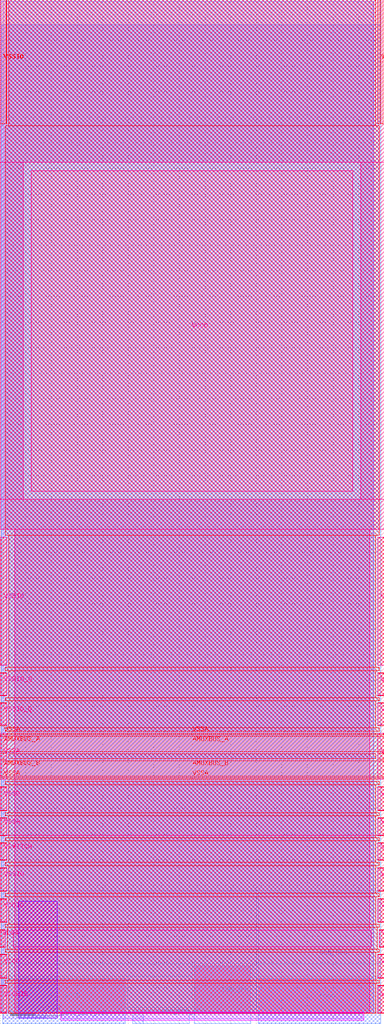
<source format=lef>
VERSION 5.7 ;
  NOWIREEXTENSIONATPIN ON ;
  DIVIDERCHAR "/" ;
  BUSBITCHARS "[]" ;
MACRO sky130_ef_io__vccd_hvc_pad
  CLASS PAD POWER ;
  FOREIGN sky130_ef_io__vccd_hvc_pad ;
  ORIGIN 0.000 0.000 ;
  SIZE 75.000 BY 197.965 ;
  PIN AMUXBUS_A
    DIRECTION INOUT ;
    USE SIGNAL ;
    PORT
      LAYER met4 ;
        RECT 0.000 51.090 75.000 54.070 ;
    END
    PORT
      LAYER met4 ;
        RECT 0.000 51.090 1.270 54.070 ;
    END
  END AMUXBUS_A
  PIN AMUXBUS_B
    DIRECTION INOUT ;
    USE SIGNAL ;
    PORT
      LAYER met4 ;
        RECT 0.000 46.330 75.000 49.310 ;
    END
    PORT
      LAYER met4 ;
        RECT 0.000 46.330 1.270 49.310 ;
    END
  END AMUXBUS_B
  PIN DRN_HVC
    DIRECTION INOUT ;
    USE POWER ;
    PORT
      LAYER met2 ;
        RECT 50.390 -2.035 74.290 23.625 ;
    END
    PORT
      LAYER met3 ;
        RECT 37.890 -2.035 48.890 9.295 ;
    END
  END DRN_HVC
  PIN SRC_BDY_HVC
    DIRECTION INOUT ;
    USE GROUND ;
    PORT
      LAYER met2 ;
        RECT 0.495 -2.035 24.395 0.020 ;
    END
    PORT
      LAYER met3 ;
        RECT 25.895 -2.035 36.895 0.690 ;
    END
  END SRC_BDY_HVC
  PIN VSSA
    DIRECTION INOUT ;
    USE GROUND ;
    PORT
      LAYER met5 ;
        RECT 73.730 45.700 75.000 54.700 ;
    END
    PORT
      LAYER met5 ;
        RECT 73.730 34.805 75.000 38.050 ;
    END
    PORT
      LAYER met5 ;
        RECT 0.000 45.700 1.270 54.700 ;
    END
    PORT
      LAYER met5 ;
        RECT 0.000 34.805 1.270 38.050 ;
    END
    PORT
      LAYER met4 ;
        RECT 73.730 49.610 75.000 50.790 ;
    END
    PORT
      LAYER met4 ;
        RECT 0.000 54.370 75.000 54.700 ;
    END
    PORT
      LAYER met4 ;
        RECT 0.000 45.700 75.000 46.030 ;
    END
    PORT
      LAYER met4 ;
        RECT 73.730 34.700 75.000 38.150 ;
    END
    PORT
      LAYER met4 ;
        RECT 0.000 45.700 1.270 46.030 ;
    END
    PORT
      LAYER met4 ;
        RECT 0.000 49.610 1.270 50.790 ;
    END
    PORT
      LAYER met4 ;
        RECT 0.000 54.370 1.270 54.700 ;
    END
    PORT
      LAYER met4 ;
        RECT 0.000 34.700 1.270 38.150 ;
    END
  END VSSA
  PIN VDDA
    DIRECTION INOUT ;
    USE POWER ;
    PORT
      LAYER met5 ;
        RECT 74.035 13.000 75.000 16.250 ;
    END
    PORT
      LAYER met5 ;
        RECT 0.000 13.000 0.965 16.250 ;
    END
    PORT
      LAYER met4 ;
        RECT 74.035 12.900 75.000 16.350 ;
    END
    PORT
      LAYER met4 ;
        RECT 0.000 12.900 0.965 16.350 ;
    END
  END VDDA
  PIN VSWITCH
    DIRECTION INOUT ;
    USE POWER ;
    PORT
      LAYER met5 ;
        RECT 73.730 29.950 75.000 33.200 ;
    END
    PORT
      LAYER met5 ;
        RECT 0.000 29.950 1.270 33.200 ;
    END
    PORT
      LAYER met4 ;
        RECT 73.730 29.850 75.000 33.300 ;
    END
    PORT
      LAYER met4 ;
        RECT 0.000 29.850 1.270 33.300 ;
    END
  END VSWITCH
  PIN VDDIO_Q
    DIRECTION INOUT ;
    USE POWER ;
    PORT
      LAYER met5 ;
        RECT 73.730 62.150 75.000 66.400 ;
    END
    PORT
      LAYER met5 ;
        RECT 0.000 62.150 1.270 66.400 ;
    END
    PORT
      LAYER met4 ;
        RECT 73.730 62.050 75.000 66.500 ;
    END
    PORT
      LAYER met4 ;
        RECT 0.000 62.050 1.270 66.500 ;
    END
  END VDDIO_Q
  PIN VCCHIB
    DIRECTION INOUT ;
    USE POWER ;
    PORT
      LAYER met5 ;
        RECT 73.730 0.100 75.000 5.350 ;
    END
    PORT
      LAYER met5 ;
        RECT 0.000 0.100 1.270 5.350 ;
    END
    PORT
      LAYER met4 ;
        RECT 73.730 0.000 75.000 5.450 ;
    END
    PORT
      LAYER met4 ;
        RECT 0.000 0.000 1.270 5.450 ;
    END
  END VCCHIB
  PIN VDDIO
    DIRECTION INOUT ;
    USE POWER ;
    PORT
      LAYER met5 ;
        RECT 73.730 68.000 75.000 92.950 ;
    END
    PORT
      LAYER met5 ;
        RECT 73.730 17.850 75.000 22.300 ;
    END
    PORT
      LAYER met5 ;
        RECT 0.000 68.000 1.270 92.950 ;
    END
    PORT
      LAYER met5 ;
        RECT 0.000 17.850 1.270 22.300 ;
    END
    PORT
      LAYER met4 ;
        RECT 73.730 17.750 75.000 22.400 ;
    END
    PORT
      LAYER met4 ;
        RECT 73.730 68.000 75.000 92.965 ;
    END
    PORT
      LAYER met4 ;
        RECT 0.000 17.750 1.270 22.400 ;
    END
    PORT
      LAYER met4 ;
        RECT 0.000 68.000 1.270 92.965 ;
    END
  END VDDIO
  PIN VCCD
    DIRECTION INOUT ;
    USE POWER ;
    PORT
      LAYER met5 ;
        RECT 6.100 101.975 68.800 164.590 ;
    END
    PORT
      LAYER met3 ;
        RECT 50.390 -2.035 74.290 6.865 ;
    END
    PORT
      LAYER met3 ;
        RECT 0.495 -2.035 24.395 6.865 ;
    END
    PORT
      LAYER met5 ;
        RECT 73.730 6.950 75.000 11.400 ;
    END
    PORT
      LAYER met5 ;
        RECT 0.000 6.950 1.270 11.400 ;
    END
    PORT
      LAYER met4 ;
        RECT 73.730 6.850 75.000 11.500 ;
    END
    PORT
      LAYER met4 ;
        RECT 0.000 6.850 1.270 11.500 ;
    END
  END VCCD
  PIN VSSIO
    DIRECTION INOUT ;
    USE GROUND ;
    PORT
      LAYER met4 ;
        RECT 0.000 173.750 1.205 197.965 ;
    END
    PORT
      LAYER met4 ;
        RECT 74.225 173.750 75.000 197.965 ;
    END
    PORT
      LAYER met5 ;
        RECT 73.730 23.900 75.000 28.350 ;
    END
    PORT
      LAYER met5 ;
        RECT 0.000 23.900 1.270 28.350 ;
    END
    PORT
      LAYER met4 ;
        RECT 73.730 23.800 75.000 28.450 ;
    END
    PORT
      LAYER met4 ;
        RECT 73.730 173.750 75.000 197.965 ;
    END
    PORT
      LAYER met4 ;
        RECT 0.000 173.750 1.270 197.965 ;
    END
    PORT
      LAYER met4 ;
        RECT 0.000 23.800 1.270 28.450 ;
    END
  END VSSIO
  PIN VSSD
    DIRECTION INOUT ;
    USE GROUND ;
    PORT
      LAYER met5 ;
        RECT 73.730 39.650 75.000 44.100 ;
    END
    PORT
      LAYER met5 ;
        RECT 0.000 39.650 1.270 44.100 ;
    END
    PORT
      LAYER met4 ;
        RECT 73.730 39.550 75.000 44.200 ;
    END
    PORT
      LAYER met4 ;
        RECT 0.000 39.550 1.270 44.200 ;
    END
  END VSSD
  PIN VSSIO_Q
    DIRECTION INOUT ;
    USE GROUND ;
    PORT
      LAYER met5 ;
        RECT 73.730 56.300 75.000 60.550 ;
    END
    PORT
      LAYER met5 ;
        RECT 0.000 56.300 1.270 60.550 ;
    END
    PORT
      LAYER met4 ;
        RECT 73.730 56.200 75.000 60.650 ;
    END
    PORT
      LAYER met4 ;
        RECT 0.000 56.200 1.270 60.650 ;
    END
  END VSSIO_Q
  OBS
      LAYER pwell ;
        RECT 3.625 -0.970 11.155 21.885 ;
      LAYER nwell ;
        RECT 11.860 -1.350 70.965 0.170 ;
      LAYER li1 ;
        RECT 0.610 0.000 72.855 197.660 ;
        RECT 0.610 -0.970 11.155 0.000 ;
        RECT 12.035 -0.115 13.045 0.000 ;
        RECT 69.730 -0.115 70.680 0.000 ;
        RECT 12.035 -1.065 70.680 -0.115 ;
      LAYER met1 ;
        RECT 0.185 0.000 72.915 197.690 ;
        RECT 3.625 -0.905 8.855 0.000 ;
        RECT 12.035 -0.115 13.350 0.000 ;
        POLYGON 13.350 0.000 13.465 -0.115 13.350 -0.115 ;
        POLYGON 69.540 0.000 69.540 -0.115 69.425 -0.115 ;
        RECT 69.540 -0.115 70.680 0.000 ;
        RECT 12.035 -1.065 70.680 -0.115 ;
      LAYER met2 ;
        RECT 0.265 23.905 74.290 193.040 ;
        RECT 0.265 0.300 50.110 23.905 ;
        RECT 24.675 0.000 50.110 0.300 ;
        RECT 25.895 -2.035 27.895 -0.115 ;
      LAYER met3 ;
        RECT 0.240 9.695 74.290 197.965 ;
        RECT 0.240 7.265 37.490 9.695 ;
        RECT 24.795 1.090 37.490 7.265 ;
        RECT 24.795 0.690 25.495 1.090 ;
        RECT 37.295 0.690 37.490 1.090 ;
        RECT 49.290 7.265 74.290 9.695 ;
        RECT 49.290 0.690 49.990 7.265 ;
      LAYER met4 ;
        RECT 1.670 173.350 73.330 197.965 ;
        RECT 0.965 93.365 74.035 173.350 ;
        RECT 1.670 67.600 73.330 93.365 ;
        RECT 0.965 66.900 74.035 67.600 ;
        RECT 1.670 61.650 73.330 66.900 ;
        RECT 0.965 61.050 74.035 61.650 ;
        RECT 1.670 55.800 73.330 61.050 ;
        RECT 0.965 55.100 74.035 55.800 ;
        RECT 1.670 49.710 73.330 50.690 ;
        RECT 0.965 44.600 74.035 45.300 ;
        RECT 1.670 39.150 73.330 44.600 ;
        RECT 0.965 38.550 74.035 39.150 ;
        RECT 1.670 34.300 73.330 38.550 ;
        RECT 0.965 33.700 74.035 34.300 ;
        RECT 1.670 29.450 73.330 33.700 ;
        RECT 0.965 28.850 74.035 29.450 ;
        RECT 1.670 23.400 73.330 28.850 ;
        RECT 0.965 22.800 74.035 23.400 ;
        RECT 1.670 17.350 73.330 22.800 ;
        RECT 0.965 16.750 74.035 17.350 ;
        RECT 1.365 12.500 73.635 16.750 ;
        RECT 0.965 11.900 74.035 12.500 ;
        RECT 1.670 6.450 73.330 11.900 ;
        RECT 0.965 5.850 74.035 6.450 ;
        RECT 1.670 0.000 73.330 5.850 ;
      LAYER met5 ;
        RECT 0.000 166.190 75.000 197.965 ;
        RECT 0.000 100.375 4.500 166.190 ;
        RECT 70.400 100.375 75.000 166.190 ;
        RECT 0.000 94.550 75.000 100.375 ;
        RECT 2.870 34.805 72.130 94.550 ;
        RECT 0.000 34.800 75.000 34.805 ;
        RECT 2.870 16.250 72.130 34.800 ;
        RECT 2.565 13.000 72.435 16.250 ;
        RECT 2.870 0.100 72.130 13.000 ;
  END
END sky130_ef_io__vccd_hvc_pad
END LIBRARY


</source>
